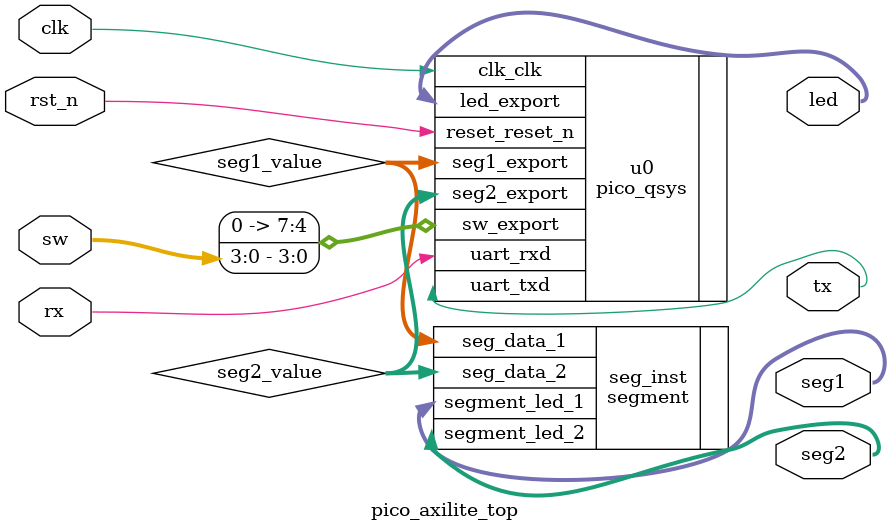
<source format=v>
module pico_axilite_top(
	input clk,
	input rst_n,
	
	input rx,
	output tx,
	
	input [3:0] sw,
	output [7:0] led,
	output [8:0] seg1,
	output [8:0] seg2
);

	wire [3:0] seg1_value, seg2_value;

	pico_qsys u0 (
		.clk_clk       (clk),       //   clk.clk
		.reset_reset_n (rst_n), // reset.reset_n
		.uart_rxd      (rx),      //  uart.rxd
		.uart_txd      (tx),       //      .txd
		.led_export		(led),
		.seg1_export	(seg1_value),
		.seg2_export	(seg2_value),
		.sw_export		({4'b0000, sw})
	);

	segment seg_inst(
		.seg_data_1(seg1_value),
		.seg_data_2(seg2_value),
		.segment_led_1(seg1),
		.segment_led_2(seg2)
	);
	
endmodule

</source>
